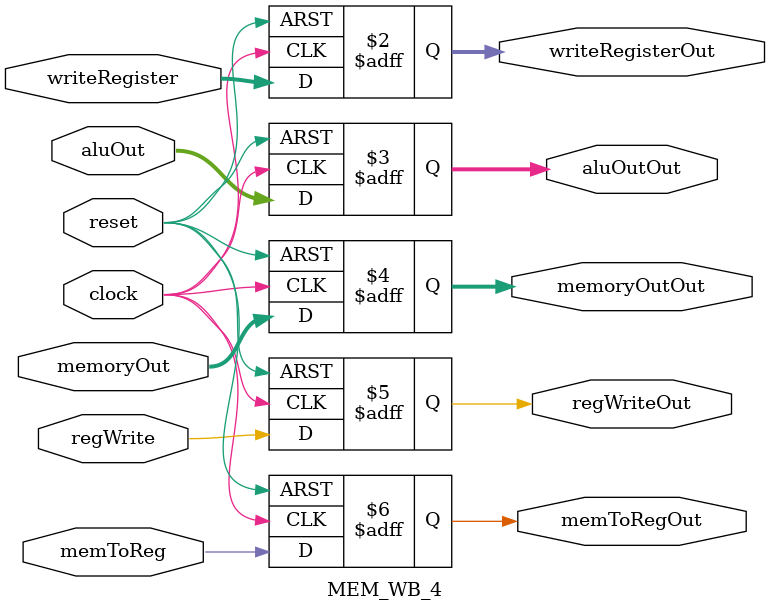
<source format=v>
module MEM_WB_4(
		input clock,
		input reset,
		input [4:0] writeRegister,
		input [31:0] aluOut,
		input [31:0] memoryOut,
		input regWrite,
		input memToReg,
		output reg [4:0] writeRegisterOut,
		output reg [31:0] aluOutOut,
		output reg [31:0] memoryOutOut,
		output reg regWriteOut,
		output reg memToRegOut
    );
	 	 always @(negedge clock,posedge reset)begin
		if(reset)begin
			writeRegisterOut<=0;
			aluOutOut<=0;
			memoryOutOut<=0;
			regWriteOut<=0;
			memToRegOut<=0;
		end
		else begin
			writeRegisterOut<=writeRegister;
			aluOutOut<=aluOut;
			memoryOutOut<=memoryOut;
			regWriteOut<=regWrite;
			memToRegOut<=memToReg;
		end
	 end
endmodule
</source>
